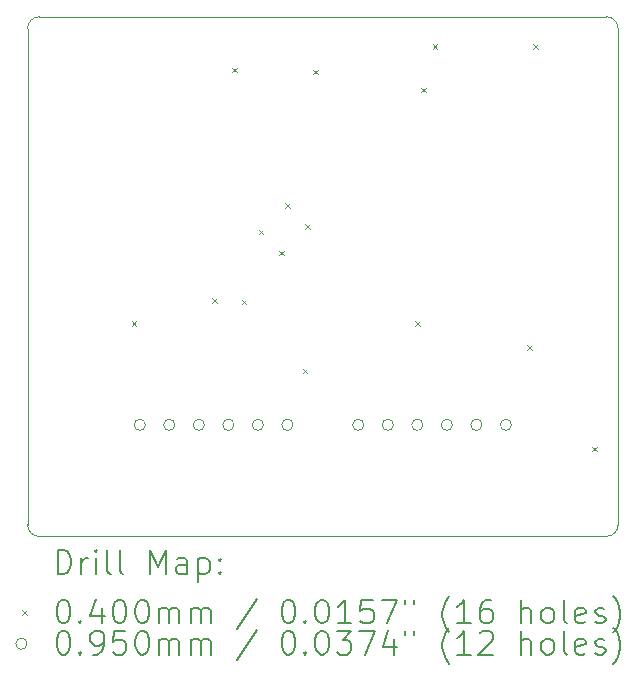
<source format=gbr>
%TF.GenerationSoftware,KiCad,Pcbnew,8.0.8*%
%TF.CreationDate,2025-04-18T09:22:20-04:00*%
%TF.ProjectId,RF4463F30-test-board,52463434-3633-4463-9330-2d746573742d,rev?*%
%TF.SameCoordinates,Original*%
%TF.FileFunction,Drillmap*%
%TF.FilePolarity,Positive*%
%FSLAX45Y45*%
G04 Gerber Fmt 4.5, Leading zero omitted, Abs format (unit mm)*
G04 Created by KiCad (PCBNEW 8.0.8) date 2025-04-18 09:22:20*
%MOMM*%
%LPD*%
G01*
G04 APERTURE LIST*
%ADD10C,0.100000*%
%ADD11C,0.200000*%
G04 APERTURE END LIST*
D10*
X13650000Y-7500000D02*
X13650000Y-11700000D01*
X18550000Y-11800000D02*
X13750000Y-11800000D01*
X18650000Y-11700000D02*
G75*
G02*
X18550000Y-11800000I-100000J0D01*
G01*
X13650000Y-7500000D02*
G75*
G02*
X13750000Y-7400000I100000J0D01*
G01*
X18550000Y-7400000D02*
X13750000Y-7400000D01*
X18650000Y-11700000D02*
X18650000Y-7500000D01*
X18550000Y-7400000D02*
G75*
G02*
X18650000Y-7500000I0J-100000D01*
G01*
X13750000Y-11800000D02*
G75*
G02*
X13650000Y-11700000I0J100000D01*
G01*
D11*
D10*
X14530000Y-9980000D02*
X14570000Y-10020000D01*
X14570000Y-9980000D02*
X14530000Y-10020000D01*
X15212380Y-9780000D02*
X15252380Y-9820000D01*
X15252380Y-9780000D02*
X15212380Y-9820000D01*
X15380000Y-7830000D02*
X15420000Y-7870000D01*
X15420000Y-7830000D02*
X15380000Y-7870000D01*
X15461625Y-9794005D02*
X15501625Y-9834005D01*
X15501625Y-9794005D02*
X15461625Y-9834005D01*
X15607185Y-9202815D02*
X15647185Y-9242815D01*
X15647185Y-9202815D02*
X15607185Y-9242815D01*
X15780000Y-9380000D02*
X15820000Y-9420000D01*
X15820000Y-9380000D02*
X15780000Y-9420000D01*
X15830000Y-8980000D02*
X15870000Y-9020000D01*
X15870000Y-8980000D02*
X15830000Y-9020000D01*
X15980000Y-10380000D02*
X16020000Y-10420000D01*
X16020000Y-10380000D02*
X15980000Y-10420000D01*
X16002815Y-9157185D02*
X16042815Y-9197185D01*
X16042815Y-9157185D02*
X16002815Y-9197185D01*
X16067952Y-7848458D02*
X16107952Y-7888458D01*
X16107952Y-7848458D02*
X16067952Y-7888458D01*
X16930000Y-9980000D02*
X16970000Y-10020000D01*
X16970000Y-9980000D02*
X16930000Y-10020000D01*
X16980000Y-8000000D02*
X17020000Y-8040000D01*
X17020000Y-8000000D02*
X16980000Y-8040000D01*
X17080000Y-7630000D02*
X17120000Y-7670000D01*
X17120000Y-7630000D02*
X17080000Y-7670000D01*
X17880000Y-10180000D02*
X17920000Y-10220000D01*
X17920000Y-10180000D02*
X17880000Y-10220000D01*
X17930000Y-7630000D02*
X17970000Y-7670000D01*
X17970000Y-7630000D02*
X17930000Y-7670000D01*
X18430000Y-11040000D02*
X18470000Y-11080000D01*
X18470000Y-11040000D02*
X18430000Y-11080000D01*
X14647500Y-10855000D02*
G75*
G02*
X14552500Y-10855000I-47500J0D01*
G01*
X14552500Y-10855000D02*
G75*
G02*
X14647500Y-10855000I47500J0D01*
G01*
X14897500Y-10855000D02*
G75*
G02*
X14802500Y-10855000I-47500J0D01*
G01*
X14802500Y-10855000D02*
G75*
G02*
X14897500Y-10855000I47500J0D01*
G01*
X15147500Y-10855000D02*
G75*
G02*
X15052500Y-10855000I-47500J0D01*
G01*
X15052500Y-10855000D02*
G75*
G02*
X15147500Y-10855000I47500J0D01*
G01*
X15397500Y-10855000D02*
G75*
G02*
X15302500Y-10855000I-47500J0D01*
G01*
X15302500Y-10855000D02*
G75*
G02*
X15397500Y-10855000I47500J0D01*
G01*
X15647500Y-10855000D02*
G75*
G02*
X15552500Y-10855000I-47500J0D01*
G01*
X15552500Y-10855000D02*
G75*
G02*
X15647500Y-10855000I47500J0D01*
G01*
X15897500Y-10855000D02*
G75*
G02*
X15802500Y-10855000I-47500J0D01*
G01*
X15802500Y-10855000D02*
G75*
G02*
X15897500Y-10855000I47500J0D01*
G01*
X16497500Y-10855000D02*
G75*
G02*
X16402500Y-10855000I-47500J0D01*
G01*
X16402500Y-10855000D02*
G75*
G02*
X16497500Y-10855000I47500J0D01*
G01*
X16747500Y-10855000D02*
G75*
G02*
X16652500Y-10855000I-47500J0D01*
G01*
X16652500Y-10855000D02*
G75*
G02*
X16747500Y-10855000I47500J0D01*
G01*
X16997500Y-10855000D02*
G75*
G02*
X16902500Y-10855000I-47500J0D01*
G01*
X16902500Y-10855000D02*
G75*
G02*
X16997500Y-10855000I47500J0D01*
G01*
X17247500Y-10855000D02*
G75*
G02*
X17152500Y-10855000I-47500J0D01*
G01*
X17152500Y-10855000D02*
G75*
G02*
X17247500Y-10855000I47500J0D01*
G01*
X17497500Y-10855000D02*
G75*
G02*
X17402500Y-10855000I-47500J0D01*
G01*
X17402500Y-10855000D02*
G75*
G02*
X17497500Y-10855000I47500J0D01*
G01*
X17747500Y-10855000D02*
G75*
G02*
X17652500Y-10855000I-47500J0D01*
G01*
X17652500Y-10855000D02*
G75*
G02*
X17747500Y-10855000I47500J0D01*
G01*
D11*
X13905777Y-12116484D02*
X13905777Y-11916484D01*
X13905777Y-11916484D02*
X13953396Y-11916484D01*
X13953396Y-11916484D02*
X13981967Y-11926008D01*
X13981967Y-11926008D02*
X14001015Y-11945055D01*
X14001015Y-11945055D02*
X14010539Y-11964103D01*
X14010539Y-11964103D02*
X14020062Y-12002198D01*
X14020062Y-12002198D02*
X14020062Y-12030769D01*
X14020062Y-12030769D02*
X14010539Y-12068865D01*
X14010539Y-12068865D02*
X14001015Y-12087912D01*
X14001015Y-12087912D02*
X13981967Y-12106960D01*
X13981967Y-12106960D02*
X13953396Y-12116484D01*
X13953396Y-12116484D02*
X13905777Y-12116484D01*
X14105777Y-12116484D02*
X14105777Y-11983150D01*
X14105777Y-12021246D02*
X14115301Y-12002198D01*
X14115301Y-12002198D02*
X14124824Y-11992674D01*
X14124824Y-11992674D02*
X14143872Y-11983150D01*
X14143872Y-11983150D02*
X14162920Y-11983150D01*
X14229586Y-12116484D02*
X14229586Y-11983150D01*
X14229586Y-11916484D02*
X14220062Y-11926008D01*
X14220062Y-11926008D02*
X14229586Y-11935531D01*
X14229586Y-11935531D02*
X14239110Y-11926008D01*
X14239110Y-11926008D02*
X14229586Y-11916484D01*
X14229586Y-11916484D02*
X14229586Y-11935531D01*
X14353396Y-12116484D02*
X14334348Y-12106960D01*
X14334348Y-12106960D02*
X14324824Y-12087912D01*
X14324824Y-12087912D02*
X14324824Y-11916484D01*
X14458158Y-12116484D02*
X14439110Y-12106960D01*
X14439110Y-12106960D02*
X14429586Y-12087912D01*
X14429586Y-12087912D02*
X14429586Y-11916484D01*
X14686729Y-12116484D02*
X14686729Y-11916484D01*
X14686729Y-11916484D02*
X14753396Y-12059341D01*
X14753396Y-12059341D02*
X14820062Y-11916484D01*
X14820062Y-11916484D02*
X14820062Y-12116484D01*
X15001015Y-12116484D02*
X15001015Y-12011722D01*
X15001015Y-12011722D02*
X14991491Y-11992674D01*
X14991491Y-11992674D02*
X14972443Y-11983150D01*
X14972443Y-11983150D02*
X14934348Y-11983150D01*
X14934348Y-11983150D02*
X14915301Y-11992674D01*
X15001015Y-12106960D02*
X14981967Y-12116484D01*
X14981967Y-12116484D02*
X14934348Y-12116484D01*
X14934348Y-12116484D02*
X14915301Y-12106960D01*
X14915301Y-12106960D02*
X14905777Y-12087912D01*
X14905777Y-12087912D02*
X14905777Y-12068865D01*
X14905777Y-12068865D02*
X14915301Y-12049817D01*
X14915301Y-12049817D02*
X14934348Y-12040293D01*
X14934348Y-12040293D02*
X14981967Y-12040293D01*
X14981967Y-12040293D02*
X15001015Y-12030769D01*
X15096253Y-11983150D02*
X15096253Y-12183150D01*
X15096253Y-11992674D02*
X15115301Y-11983150D01*
X15115301Y-11983150D02*
X15153396Y-11983150D01*
X15153396Y-11983150D02*
X15172443Y-11992674D01*
X15172443Y-11992674D02*
X15181967Y-12002198D01*
X15181967Y-12002198D02*
X15191491Y-12021246D01*
X15191491Y-12021246D02*
X15191491Y-12078388D01*
X15191491Y-12078388D02*
X15181967Y-12097436D01*
X15181967Y-12097436D02*
X15172443Y-12106960D01*
X15172443Y-12106960D02*
X15153396Y-12116484D01*
X15153396Y-12116484D02*
X15115301Y-12116484D01*
X15115301Y-12116484D02*
X15096253Y-12106960D01*
X15277205Y-12097436D02*
X15286729Y-12106960D01*
X15286729Y-12106960D02*
X15277205Y-12116484D01*
X15277205Y-12116484D02*
X15267682Y-12106960D01*
X15267682Y-12106960D02*
X15277205Y-12097436D01*
X15277205Y-12097436D02*
X15277205Y-12116484D01*
X15277205Y-11992674D02*
X15286729Y-12002198D01*
X15286729Y-12002198D02*
X15277205Y-12011722D01*
X15277205Y-12011722D02*
X15267682Y-12002198D01*
X15267682Y-12002198D02*
X15277205Y-11992674D01*
X15277205Y-11992674D02*
X15277205Y-12011722D01*
D10*
X13605000Y-12425000D02*
X13645000Y-12465000D01*
X13645000Y-12425000D02*
X13605000Y-12465000D01*
D11*
X13943872Y-12336484D02*
X13962920Y-12336484D01*
X13962920Y-12336484D02*
X13981967Y-12346008D01*
X13981967Y-12346008D02*
X13991491Y-12355531D01*
X13991491Y-12355531D02*
X14001015Y-12374579D01*
X14001015Y-12374579D02*
X14010539Y-12412674D01*
X14010539Y-12412674D02*
X14010539Y-12460293D01*
X14010539Y-12460293D02*
X14001015Y-12498388D01*
X14001015Y-12498388D02*
X13991491Y-12517436D01*
X13991491Y-12517436D02*
X13981967Y-12526960D01*
X13981967Y-12526960D02*
X13962920Y-12536484D01*
X13962920Y-12536484D02*
X13943872Y-12536484D01*
X13943872Y-12536484D02*
X13924824Y-12526960D01*
X13924824Y-12526960D02*
X13915301Y-12517436D01*
X13915301Y-12517436D02*
X13905777Y-12498388D01*
X13905777Y-12498388D02*
X13896253Y-12460293D01*
X13896253Y-12460293D02*
X13896253Y-12412674D01*
X13896253Y-12412674D02*
X13905777Y-12374579D01*
X13905777Y-12374579D02*
X13915301Y-12355531D01*
X13915301Y-12355531D02*
X13924824Y-12346008D01*
X13924824Y-12346008D02*
X13943872Y-12336484D01*
X14096253Y-12517436D02*
X14105777Y-12526960D01*
X14105777Y-12526960D02*
X14096253Y-12536484D01*
X14096253Y-12536484D02*
X14086729Y-12526960D01*
X14086729Y-12526960D02*
X14096253Y-12517436D01*
X14096253Y-12517436D02*
X14096253Y-12536484D01*
X14277205Y-12403150D02*
X14277205Y-12536484D01*
X14229586Y-12326960D02*
X14181967Y-12469817D01*
X14181967Y-12469817D02*
X14305777Y-12469817D01*
X14420062Y-12336484D02*
X14439110Y-12336484D01*
X14439110Y-12336484D02*
X14458158Y-12346008D01*
X14458158Y-12346008D02*
X14467682Y-12355531D01*
X14467682Y-12355531D02*
X14477205Y-12374579D01*
X14477205Y-12374579D02*
X14486729Y-12412674D01*
X14486729Y-12412674D02*
X14486729Y-12460293D01*
X14486729Y-12460293D02*
X14477205Y-12498388D01*
X14477205Y-12498388D02*
X14467682Y-12517436D01*
X14467682Y-12517436D02*
X14458158Y-12526960D01*
X14458158Y-12526960D02*
X14439110Y-12536484D01*
X14439110Y-12536484D02*
X14420062Y-12536484D01*
X14420062Y-12536484D02*
X14401015Y-12526960D01*
X14401015Y-12526960D02*
X14391491Y-12517436D01*
X14391491Y-12517436D02*
X14381967Y-12498388D01*
X14381967Y-12498388D02*
X14372443Y-12460293D01*
X14372443Y-12460293D02*
X14372443Y-12412674D01*
X14372443Y-12412674D02*
X14381967Y-12374579D01*
X14381967Y-12374579D02*
X14391491Y-12355531D01*
X14391491Y-12355531D02*
X14401015Y-12346008D01*
X14401015Y-12346008D02*
X14420062Y-12336484D01*
X14610539Y-12336484D02*
X14629586Y-12336484D01*
X14629586Y-12336484D02*
X14648634Y-12346008D01*
X14648634Y-12346008D02*
X14658158Y-12355531D01*
X14658158Y-12355531D02*
X14667682Y-12374579D01*
X14667682Y-12374579D02*
X14677205Y-12412674D01*
X14677205Y-12412674D02*
X14677205Y-12460293D01*
X14677205Y-12460293D02*
X14667682Y-12498388D01*
X14667682Y-12498388D02*
X14658158Y-12517436D01*
X14658158Y-12517436D02*
X14648634Y-12526960D01*
X14648634Y-12526960D02*
X14629586Y-12536484D01*
X14629586Y-12536484D02*
X14610539Y-12536484D01*
X14610539Y-12536484D02*
X14591491Y-12526960D01*
X14591491Y-12526960D02*
X14581967Y-12517436D01*
X14581967Y-12517436D02*
X14572443Y-12498388D01*
X14572443Y-12498388D02*
X14562920Y-12460293D01*
X14562920Y-12460293D02*
X14562920Y-12412674D01*
X14562920Y-12412674D02*
X14572443Y-12374579D01*
X14572443Y-12374579D02*
X14581967Y-12355531D01*
X14581967Y-12355531D02*
X14591491Y-12346008D01*
X14591491Y-12346008D02*
X14610539Y-12336484D01*
X14762920Y-12536484D02*
X14762920Y-12403150D01*
X14762920Y-12422198D02*
X14772443Y-12412674D01*
X14772443Y-12412674D02*
X14791491Y-12403150D01*
X14791491Y-12403150D02*
X14820063Y-12403150D01*
X14820063Y-12403150D02*
X14839110Y-12412674D01*
X14839110Y-12412674D02*
X14848634Y-12431722D01*
X14848634Y-12431722D02*
X14848634Y-12536484D01*
X14848634Y-12431722D02*
X14858158Y-12412674D01*
X14858158Y-12412674D02*
X14877205Y-12403150D01*
X14877205Y-12403150D02*
X14905777Y-12403150D01*
X14905777Y-12403150D02*
X14924824Y-12412674D01*
X14924824Y-12412674D02*
X14934348Y-12431722D01*
X14934348Y-12431722D02*
X14934348Y-12536484D01*
X15029586Y-12536484D02*
X15029586Y-12403150D01*
X15029586Y-12422198D02*
X15039110Y-12412674D01*
X15039110Y-12412674D02*
X15058158Y-12403150D01*
X15058158Y-12403150D02*
X15086729Y-12403150D01*
X15086729Y-12403150D02*
X15105777Y-12412674D01*
X15105777Y-12412674D02*
X15115301Y-12431722D01*
X15115301Y-12431722D02*
X15115301Y-12536484D01*
X15115301Y-12431722D02*
X15124824Y-12412674D01*
X15124824Y-12412674D02*
X15143872Y-12403150D01*
X15143872Y-12403150D02*
X15172443Y-12403150D01*
X15172443Y-12403150D02*
X15191491Y-12412674D01*
X15191491Y-12412674D02*
X15201015Y-12431722D01*
X15201015Y-12431722D02*
X15201015Y-12536484D01*
X15591491Y-12326960D02*
X15420063Y-12584103D01*
X15848634Y-12336484D02*
X15867682Y-12336484D01*
X15867682Y-12336484D02*
X15886729Y-12346008D01*
X15886729Y-12346008D02*
X15896253Y-12355531D01*
X15896253Y-12355531D02*
X15905777Y-12374579D01*
X15905777Y-12374579D02*
X15915301Y-12412674D01*
X15915301Y-12412674D02*
X15915301Y-12460293D01*
X15915301Y-12460293D02*
X15905777Y-12498388D01*
X15905777Y-12498388D02*
X15896253Y-12517436D01*
X15896253Y-12517436D02*
X15886729Y-12526960D01*
X15886729Y-12526960D02*
X15867682Y-12536484D01*
X15867682Y-12536484D02*
X15848634Y-12536484D01*
X15848634Y-12536484D02*
X15829586Y-12526960D01*
X15829586Y-12526960D02*
X15820063Y-12517436D01*
X15820063Y-12517436D02*
X15810539Y-12498388D01*
X15810539Y-12498388D02*
X15801015Y-12460293D01*
X15801015Y-12460293D02*
X15801015Y-12412674D01*
X15801015Y-12412674D02*
X15810539Y-12374579D01*
X15810539Y-12374579D02*
X15820063Y-12355531D01*
X15820063Y-12355531D02*
X15829586Y-12346008D01*
X15829586Y-12346008D02*
X15848634Y-12336484D01*
X16001015Y-12517436D02*
X16010539Y-12526960D01*
X16010539Y-12526960D02*
X16001015Y-12536484D01*
X16001015Y-12536484D02*
X15991491Y-12526960D01*
X15991491Y-12526960D02*
X16001015Y-12517436D01*
X16001015Y-12517436D02*
X16001015Y-12536484D01*
X16134348Y-12336484D02*
X16153396Y-12336484D01*
X16153396Y-12336484D02*
X16172444Y-12346008D01*
X16172444Y-12346008D02*
X16181967Y-12355531D01*
X16181967Y-12355531D02*
X16191491Y-12374579D01*
X16191491Y-12374579D02*
X16201015Y-12412674D01*
X16201015Y-12412674D02*
X16201015Y-12460293D01*
X16201015Y-12460293D02*
X16191491Y-12498388D01*
X16191491Y-12498388D02*
X16181967Y-12517436D01*
X16181967Y-12517436D02*
X16172444Y-12526960D01*
X16172444Y-12526960D02*
X16153396Y-12536484D01*
X16153396Y-12536484D02*
X16134348Y-12536484D01*
X16134348Y-12536484D02*
X16115301Y-12526960D01*
X16115301Y-12526960D02*
X16105777Y-12517436D01*
X16105777Y-12517436D02*
X16096253Y-12498388D01*
X16096253Y-12498388D02*
X16086729Y-12460293D01*
X16086729Y-12460293D02*
X16086729Y-12412674D01*
X16086729Y-12412674D02*
X16096253Y-12374579D01*
X16096253Y-12374579D02*
X16105777Y-12355531D01*
X16105777Y-12355531D02*
X16115301Y-12346008D01*
X16115301Y-12346008D02*
X16134348Y-12336484D01*
X16391491Y-12536484D02*
X16277206Y-12536484D01*
X16334348Y-12536484D02*
X16334348Y-12336484D01*
X16334348Y-12336484D02*
X16315301Y-12365055D01*
X16315301Y-12365055D02*
X16296253Y-12384103D01*
X16296253Y-12384103D02*
X16277206Y-12393627D01*
X16572444Y-12336484D02*
X16477206Y-12336484D01*
X16477206Y-12336484D02*
X16467682Y-12431722D01*
X16467682Y-12431722D02*
X16477206Y-12422198D01*
X16477206Y-12422198D02*
X16496253Y-12412674D01*
X16496253Y-12412674D02*
X16543872Y-12412674D01*
X16543872Y-12412674D02*
X16562920Y-12422198D01*
X16562920Y-12422198D02*
X16572444Y-12431722D01*
X16572444Y-12431722D02*
X16581967Y-12450769D01*
X16581967Y-12450769D02*
X16581967Y-12498388D01*
X16581967Y-12498388D02*
X16572444Y-12517436D01*
X16572444Y-12517436D02*
X16562920Y-12526960D01*
X16562920Y-12526960D02*
X16543872Y-12536484D01*
X16543872Y-12536484D02*
X16496253Y-12536484D01*
X16496253Y-12536484D02*
X16477206Y-12526960D01*
X16477206Y-12526960D02*
X16467682Y-12517436D01*
X16648634Y-12336484D02*
X16781968Y-12336484D01*
X16781968Y-12336484D02*
X16696253Y-12536484D01*
X16848634Y-12336484D02*
X16848634Y-12374579D01*
X16924825Y-12336484D02*
X16924825Y-12374579D01*
X17220063Y-12612674D02*
X17210539Y-12603150D01*
X17210539Y-12603150D02*
X17191491Y-12574579D01*
X17191491Y-12574579D02*
X17181968Y-12555531D01*
X17181968Y-12555531D02*
X17172444Y-12526960D01*
X17172444Y-12526960D02*
X17162920Y-12479341D01*
X17162920Y-12479341D02*
X17162920Y-12441246D01*
X17162920Y-12441246D02*
X17172444Y-12393627D01*
X17172444Y-12393627D02*
X17181968Y-12365055D01*
X17181968Y-12365055D02*
X17191491Y-12346008D01*
X17191491Y-12346008D02*
X17210539Y-12317436D01*
X17210539Y-12317436D02*
X17220063Y-12307912D01*
X17401015Y-12536484D02*
X17286730Y-12536484D01*
X17343872Y-12536484D02*
X17343872Y-12336484D01*
X17343872Y-12336484D02*
X17324825Y-12365055D01*
X17324825Y-12365055D02*
X17305777Y-12384103D01*
X17305777Y-12384103D02*
X17286730Y-12393627D01*
X17572444Y-12336484D02*
X17534349Y-12336484D01*
X17534349Y-12336484D02*
X17515301Y-12346008D01*
X17515301Y-12346008D02*
X17505777Y-12355531D01*
X17505777Y-12355531D02*
X17486730Y-12384103D01*
X17486730Y-12384103D02*
X17477206Y-12422198D01*
X17477206Y-12422198D02*
X17477206Y-12498388D01*
X17477206Y-12498388D02*
X17486730Y-12517436D01*
X17486730Y-12517436D02*
X17496253Y-12526960D01*
X17496253Y-12526960D02*
X17515301Y-12536484D01*
X17515301Y-12536484D02*
X17553396Y-12536484D01*
X17553396Y-12536484D02*
X17572444Y-12526960D01*
X17572444Y-12526960D02*
X17581968Y-12517436D01*
X17581968Y-12517436D02*
X17591491Y-12498388D01*
X17591491Y-12498388D02*
X17591491Y-12450769D01*
X17591491Y-12450769D02*
X17581968Y-12431722D01*
X17581968Y-12431722D02*
X17572444Y-12422198D01*
X17572444Y-12422198D02*
X17553396Y-12412674D01*
X17553396Y-12412674D02*
X17515301Y-12412674D01*
X17515301Y-12412674D02*
X17496253Y-12422198D01*
X17496253Y-12422198D02*
X17486730Y-12431722D01*
X17486730Y-12431722D02*
X17477206Y-12450769D01*
X17829587Y-12536484D02*
X17829587Y-12336484D01*
X17915301Y-12536484D02*
X17915301Y-12431722D01*
X17915301Y-12431722D02*
X17905777Y-12412674D01*
X17905777Y-12412674D02*
X17886730Y-12403150D01*
X17886730Y-12403150D02*
X17858158Y-12403150D01*
X17858158Y-12403150D02*
X17839111Y-12412674D01*
X17839111Y-12412674D02*
X17829587Y-12422198D01*
X18039111Y-12536484D02*
X18020063Y-12526960D01*
X18020063Y-12526960D02*
X18010539Y-12517436D01*
X18010539Y-12517436D02*
X18001015Y-12498388D01*
X18001015Y-12498388D02*
X18001015Y-12441246D01*
X18001015Y-12441246D02*
X18010539Y-12422198D01*
X18010539Y-12422198D02*
X18020063Y-12412674D01*
X18020063Y-12412674D02*
X18039111Y-12403150D01*
X18039111Y-12403150D02*
X18067682Y-12403150D01*
X18067682Y-12403150D02*
X18086730Y-12412674D01*
X18086730Y-12412674D02*
X18096253Y-12422198D01*
X18096253Y-12422198D02*
X18105777Y-12441246D01*
X18105777Y-12441246D02*
X18105777Y-12498388D01*
X18105777Y-12498388D02*
X18096253Y-12517436D01*
X18096253Y-12517436D02*
X18086730Y-12526960D01*
X18086730Y-12526960D02*
X18067682Y-12536484D01*
X18067682Y-12536484D02*
X18039111Y-12536484D01*
X18220063Y-12536484D02*
X18201015Y-12526960D01*
X18201015Y-12526960D02*
X18191492Y-12507912D01*
X18191492Y-12507912D02*
X18191492Y-12336484D01*
X18372444Y-12526960D02*
X18353396Y-12536484D01*
X18353396Y-12536484D02*
X18315301Y-12536484D01*
X18315301Y-12536484D02*
X18296253Y-12526960D01*
X18296253Y-12526960D02*
X18286730Y-12507912D01*
X18286730Y-12507912D02*
X18286730Y-12431722D01*
X18286730Y-12431722D02*
X18296253Y-12412674D01*
X18296253Y-12412674D02*
X18315301Y-12403150D01*
X18315301Y-12403150D02*
X18353396Y-12403150D01*
X18353396Y-12403150D02*
X18372444Y-12412674D01*
X18372444Y-12412674D02*
X18381968Y-12431722D01*
X18381968Y-12431722D02*
X18381968Y-12450769D01*
X18381968Y-12450769D02*
X18286730Y-12469817D01*
X18458158Y-12526960D02*
X18477206Y-12536484D01*
X18477206Y-12536484D02*
X18515301Y-12536484D01*
X18515301Y-12536484D02*
X18534349Y-12526960D01*
X18534349Y-12526960D02*
X18543873Y-12507912D01*
X18543873Y-12507912D02*
X18543873Y-12498388D01*
X18543873Y-12498388D02*
X18534349Y-12479341D01*
X18534349Y-12479341D02*
X18515301Y-12469817D01*
X18515301Y-12469817D02*
X18486730Y-12469817D01*
X18486730Y-12469817D02*
X18467682Y-12460293D01*
X18467682Y-12460293D02*
X18458158Y-12441246D01*
X18458158Y-12441246D02*
X18458158Y-12431722D01*
X18458158Y-12431722D02*
X18467682Y-12412674D01*
X18467682Y-12412674D02*
X18486730Y-12403150D01*
X18486730Y-12403150D02*
X18515301Y-12403150D01*
X18515301Y-12403150D02*
X18534349Y-12412674D01*
X18610539Y-12612674D02*
X18620063Y-12603150D01*
X18620063Y-12603150D02*
X18639111Y-12574579D01*
X18639111Y-12574579D02*
X18648634Y-12555531D01*
X18648634Y-12555531D02*
X18658158Y-12526960D01*
X18658158Y-12526960D02*
X18667682Y-12479341D01*
X18667682Y-12479341D02*
X18667682Y-12441246D01*
X18667682Y-12441246D02*
X18658158Y-12393627D01*
X18658158Y-12393627D02*
X18648634Y-12365055D01*
X18648634Y-12365055D02*
X18639111Y-12346008D01*
X18639111Y-12346008D02*
X18620063Y-12317436D01*
X18620063Y-12317436D02*
X18610539Y-12307912D01*
D10*
X13645000Y-12709000D02*
G75*
G02*
X13550000Y-12709000I-47500J0D01*
G01*
X13550000Y-12709000D02*
G75*
G02*
X13645000Y-12709000I47500J0D01*
G01*
D11*
X13943872Y-12600484D02*
X13962920Y-12600484D01*
X13962920Y-12600484D02*
X13981967Y-12610008D01*
X13981967Y-12610008D02*
X13991491Y-12619531D01*
X13991491Y-12619531D02*
X14001015Y-12638579D01*
X14001015Y-12638579D02*
X14010539Y-12676674D01*
X14010539Y-12676674D02*
X14010539Y-12724293D01*
X14010539Y-12724293D02*
X14001015Y-12762388D01*
X14001015Y-12762388D02*
X13991491Y-12781436D01*
X13991491Y-12781436D02*
X13981967Y-12790960D01*
X13981967Y-12790960D02*
X13962920Y-12800484D01*
X13962920Y-12800484D02*
X13943872Y-12800484D01*
X13943872Y-12800484D02*
X13924824Y-12790960D01*
X13924824Y-12790960D02*
X13915301Y-12781436D01*
X13915301Y-12781436D02*
X13905777Y-12762388D01*
X13905777Y-12762388D02*
X13896253Y-12724293D01*
X13896253Y-12724293D02*
X13896253Y-12676674D01*
X13896253Y-12676674D02*
X13905777Y-12638579D01*
X13905777Y-12638579D02*
X13915301Y-12619531D01*
X13915301Y-12619531D02*
X13924824Y-12610008D01*
X13924824Y-12610008D02*
X13943872Y-12600484D01*
X14096253Y-12781436D02*
X14105777Y-12790960D01*
X14105777Y-12790960D02*
X14096253Y-12800484D01*
X14096253Y-12800484D02*
X14086729Y-12790960D01*
X14086729Y-12790960D02*
X14096253Y-12781436D01*
X14096253Y-12781436D02*
X14096253Y-12800484D01*
X14201015Y-12800484D02*
X14239110Y-12800484D01*
X14239110Y-12800484D02*
X14258158Y-12790960D01*
X14258158Y-12790960D02*
X14267682Y-12781436D01*
X14267682Y-12781436D02*
X14286729Y-12752865D01*
X14286729Y-12752865D02*
X14296253Y-12714769D01*
X14296253Y-12714769D02*
X14296253Y-12638579D01*
X14296253Y-12638579D02*
X14286729Y-12619531D01*
X14286729Y-12619531D02*
X14277205Y-12610008D01*
X14277205Y-12610008D02*
X14258158Y-12600484D01*
X14258158Y-12600484D02*
X14220062Y-12600484D01*
X14220062Y-12600484D02*
X14201015Y-12610008D01*
X14201015Y-12610008D02*
X14191491Y-12619531D01*
X14191491Y-12619531D02*
X14181967Y-12638579D01*
X14181967Y-12638579D02*
X14181967Y-12686198D01*
X14181967Y-12686198D02*
X14191491Y-12705246D01*
X14191491Y-12705246D02*
X14201015Y-12714769D01*
X14201015Y-12714769D02*
X14220062Y-12724293D01*
X14220062Y-12724293D02*
X14258158Y-12724293D01*
X14258158Y-12724293D02*
X14277205Y-12714769D01*
X14277205Y-12714769D02*
X14286729Y-12705246D01*
X14286729Y-12705246D02*
X14296253Y-12686198D01*
X14477205Y-12600484D02*
X14381967Y-12600484D01*
X14381967Y-12600484D02*
X14372443Y-12695722D01*
X14372443Y-12695722D02*
X14381967Y-12686198D01*
X14381967Y-12686198D02*
X14401015Y-12676674D01*
X14401015Y-12676674D02*
X14448634Y-12676674D01*
X14448634Y-12676674D02*
X14467682Y-12686198D01*
X14467682Y-12686198D02*
X14477205Y-12695722D01*
X14477205Y-12695722D02*
X14486729Y-12714769D01*
X14486729Y-12714769D02*
X14486729Y-12762388D01*
X14486729Y-12762388D02*
X14477205Y-12781436D01*
X14477205Y-12781436D02*
X14467682Y-12790960D01*
X14467682Y-12790960D02*
X14448634Y-12800484D01*
X14448634Y-12800484D02*
X14401015Y-12800484D01*
X14401015Y-12800484D02*
X14381967Y-12790960D01*
X14381967Y-12790960D02*
X14372443Y-12781436D01*
X14610539Y-12600484D02*
X14629586Y-12600484D01*
X14629586Y-12600484D02*
X14648634Y-12610008D01*
X14648634Y-12610008D02*
X14658158Y-12619531D01*
X14658158Y-12619531D02*
X14667682Y-12638579D01*
X14667682Y-12638579D02*
X14677205Y-12676674D01*
X14677205Y-12676674D02*
X14677205Y-12724293D01*
X14677205Y-12724293D02*
X14667682Y-12762388D01*
X14667682Y-12762388D02*
X14658158Y-12781436D01*
X14658158Y-12781436D02*
X14648634Y-12790960D01*
X14648634Y-12790960D02*
X14629586Y-12800484D01*
X14629586Y-12800484D02*
X14610539Y-12800484D01*
X14610539Y-12800484D02*
X14591491Y-12790960D01*
X14591491Y-12790960D02*
X14581967Y-12781436D01*
X14581967Y-12781436D02*
X14572443Y-12762388D01*
X14572443Y-12762388D02*
X14562920Y-12724293D01*
X14562920Y-12724293D02*
X14562920Y-12676674D01*
X14562920Y-12676674D02*
X14572443Y-12638579D01*
X14572443Y-12638579D02*
X14581967Y-12619531D01*
X14581967Y-12619531D02*
X14591491Y-12610008D01*
X14591491Y-12610008D02*
X14610539Y-12600484D01*
X14762920Y-12800484D02*
X14762920Y-12667150D01*
X14762920Y-12686198D02*
X14772443Y-12676674D01*
X14772443Y-12676674D02*
X14791491Y-12667150D01*
X14791491Y-12667150D02*
X14820063Y-12667150D01*
X14820063Y-12667150D02*
X14839110Y-12676674D01*
X14839110Y-12676674D02*
X14848634Y-12695722D01*
X14848634Y-12695722D02*
X14848634Y-12800484D01*
X14848634Y-12695722D02*
X14858158Y-12676674D01*
X14858158Y-12676674D02*
X14877205Y-12667150D01*
X14877205Y-12667150D02*
X14905777Y-12667150D01*
X14905777Y-12667150D02*
X14924824Y-12676674D01*
X14924824Y-12676674D02*
X14934348Y-12695722D01*
X14934348Y-12695722D02*
X14934348Y-12800484D01*
X15029586Y-12800484D02*
X15029586Y-12667150D01*
X15029586Y-12686198D02*
X15039110Y-12676674D01*
X15039110Y-12676674D02*
X15058158Y-12667150D01*
X15058158Y-12667150D02*
X15086729Y-12667150D01*
X15086729Y-12667150D02*
X15105777Y-12676674D01*
X15105777Y-12676674D02*
X15115301Y-12695722D01*
X15115301Y-12695722D02*
X15115301Y-12800484D01*
X15115301Y-12695722D02*
X15124824Y-12676674D01*
X15124824Y-12676674D02*
X15143872Y-12667150D01*
X15143872Y-12667150D02*
X15172443Y-12667150D01*
X15172443Y-12667150D02*
X15191491Y-12676674D01*
X15191491Y-12676674D02*
X15201015Y-12695722D01*
X15201015Y-12695722D02*
X15201015Y-12800484D01*
X15591491Y-12590960D02*
X15420063Y-12848103D01*
X15848634Y-12600484D02*
X15867682Y-12600484D01*
X15867682Y-12600484D02*
X15886729Y-12610008D01*
X15886729Y-12610008D02*
X15896253Y-12619531D01*
X15896253Y-12619531D02*
X15905777Y-12638579D01*
X15905777Y-12638579D02*
X15915301Y-12676674D01*
X15915301Y-12676674D02*
X15915301Y-12724293D01*
X15915301Y-12724293D02*
X15905777Y-12762388D01*
X15905777Y-12762388D02*
X15896253Y-12781436D01*
X15896253Y-12781436D02*
X15886729Y-12790960D01*
X15886729Y-12790960D02*
X15867682Y-12800484D01*
X15867682Y-12800484D02*
X15848634Y-12800484D01*
X15848634Y-12800484D02*
X15829586Y-12790960D01*
X15829586Y-12790960D02*
X15820063Y-12781436D01*
X15820063Y-12781436D02*
X15810539Y-12762388D01*
X15810539Y-12762388D02*
X15801015Y-12724293D01*
X15801015Y-12724293D02*
X15801015Y-12676674D01*
X15801015Y-12676674D02*
X15810539Y-12638579D01*
X15810539Y-12638579D02*
X15820063Y-12619531D01*
X15820063Y-12619531D02*
X15829586Y-12610008D01*
X15829586Y-12610008D02*
X15848634Y-12600484D01*
X16001015Y-12781436D02*
X16010539Y-12790960D01*
X16010539Y-12790960D02*
X16001015Y-12800484D01*
X16001015Y-12800484D02*
X15991491Y-12790960D01*
X15991491Y-12790960D02*
X16001015Y-12781436D01*
X16001015Y-12781436D02*
X16001015Y-12800484D01*
X16134348Y-12600484D02*
X16153396Y-12600484D01*
X16153396Y-12600484D02*
X16172444Y-12610008D01*
X16172444Y-12610008D02*
X16181967Y-12619531D01*
X16181967Y-12619531D02*
X16191491Y-12638579D01*
X16191491Y-12638579D02*
X16201015Y-12676674D01*
X16201015Y-12676674D02*
X16201015Y-12724293D01*
X16201015Y-12724293D02*
X16191491Y-12762388D01*
X16191491Y-12762388D02*
X16181967Y-12781436D01*
X16181967Y-12781436D02*
X16172444Y-12790960D01*
X16172444Y-12790960D02*
X16153396Y-12800484D01*
X16153396Y-12800484D02*
X16134348Y-12800484D01*
X16134348Y-12800484D02*
X16115301Y-12790960D01*
X16115301Y-12790960D02*
X16105777Y-12781436D01*
X16105777Y-12781436D02*
X16096253Y-12762388D01*
X16096253Y-12762388D02*
X16086729Y-12724293D01*
X16086729Y-12724293D02*
X16086729Y-12676674D01*
X16086729Y-12676674D02*
X16096253Y-12638579D01*
X16096253Y-12638579D02*
X16105777Y-12619531D01*
X16105777Y-12619531D02*
X16115301Y-12610008D01*
X16115301Y-12610008D02*
X16134348Y-12600484D01*
X16267682Y-12600484D02*
X16391491Y-12600484D01*
X16391491Y-12600484D02*
X16324825Y-12676674D01*
X16324825Y-12676674D02*
X16353396Y-12676674D01*
X16353396Y-12676674D02*
X16372444Y-12686198D01*
X16372444Y-12686198D02*
X16381967Y-12695722D01*
X16381967Y-12695722D02*
X16391491Y-12714769D01*
X16391491Y-12714769D02*
X16391491Y-12762388D01*
X16391491Y-12762388D02*
X16381967Y-12781436D01*
X16381967Y-12781436D02*
X16372444Y-12790960D01*
X16372444Y-12790960D02*
X16353396Y-12800484D01*
X16353396Y-12800484D02*
X16296253Y-12800484D01*
X16296253Y-12800484D02*
X16277206Y-12790960D01*
X16277206Y-12790960D02*
X16267682Y-12781436D01*
X16458158Y-12600484D02*
X16591491Y-12600484D01*
X16591491Y-12600484D02*
X16505777Y-12800484D01*
X16753396Y-12667150D02*
X16753396Y-12800484D01*
X16705777Y-12590960D02*
X16658158Y-12733817D01*
X16658158Y-12733817D02*
X16781968Y-12733817D01*
X16848634Y-12600484D02*
X16848634Y-12638579D01*
X16924825Y-12600484D02*
X16924825Y-12638579D01*
X17220063Y-12876674D02*
X17210539Y-12867150D01*
X17210539Y-12867150D02*
X17191491Y-12838579D01*
X17191491Y-12838579D02*
X17181968Y-12819531D01*
X17181968Y-12819531D02*
X17172444Y-12790960D01*
X17172444Y-12790960D02*
X17162920Y-12743341D01*
X17162920Y-12743341D02*
X17162920Y-12705246D01*
X17162920Y-12705246D02*
X17172444Y-12657627D01*
X17172444Y-12657627D02*
X17181968Y-12629055D01*
X17181968Y-12629055D02*
X17191491Y-12610008D01*
X17191491Y-12610008D02*
X17210539Y-12581436D01*
X17210539Y-12581436D02*
X17220063Y-12571912D01*
X17401015Y-12800484D02*
X17286730Y-12800484D01*
X17343872Y-12800484D02*
X17343872Y-12600484D01*
X17343872Y-12600484D02*
X17324825Y-12629055D01*
X17324825Y-12629055D02*
X17305777Y-12648103D01*
X17305777Y-12648103D02*
X17286730Y-12657627D01*
X17477206Y-12619531D02*
X17486730Y-12610008D01*
X17486730Y-12610008D02*
X17505777Y-12600484D01*
X17505777Y-12600484D02*
X17553396Y-12600484D01*
X17553396Y-12600484D02*
X17572444Y-12610008D01*
X17572444Y-12610008D02*
X17581968Y-12619531D01*
X17581968Y-12619531D02*
X17591491Y-12638579D01*
X17591491Y-12638579D02*
X17591491Y-12657627D01*
X17591491Y-12657627D02*
X17581968Y-12686198D01*
X17581968Y-12686198D02*
X17467682Y-12800484D01*
X17467682Y-12800484D02*
X17591491Y-12800484D01*
X17829587Y-12800484D02*
X17829587Y-12600484D01*
X17915301Y-12800484D02*
X17915301Y-12695722D01*
X17915301Y-12695722D02*
X17905777Y-12676674D01*
X17905777Y-12676674D02*
X17886730Y-12667150D01*
X17886730Y-12667150D02*
X17858158Y-12667150D01*
X17858158Y-12667150D02*
X17839111Y-12676674D01*
X17839111Y-12676674D02*
X17829587Y-12686198D01*
X18039111Y-12800484D02*
X18020063Y-12790960D01*
X18020063Y-12790960D02*
X18010539Y-12781436D01*
X18010539Y-12781436D02*
X18001015Y-12762388D01*
X18001015Y-12762388D02*
X18001015Y-12705246D01*
X18001015Y-12705246D02*
X18010539Y-12686198D01*
X18010539Y-12686198D02*
X18020063Y-12676674D01*
X18020063Y-12676674D02*
X18039111Y-12667150D01*
X18039111Y-12667150D02*
X18067682Y-12667150D01*
X18067682Y-12667150D02*
X18086730Y-12676674D01*
X18086730Y-12676674D02*
X18096253Y-12686198D01*
X18096253Y-12686198D02*
X18105777Y-12705246D01*
X18105777Y-12705246D02*
X18105777Y-12762388D01*
X18105777Y-12762388D02*
X18096253Y-12781436D01*
X18096253Y-12781436D02*
X18086730Y-12790960D01*
X18086730Y-12790960D02*
X18067682Y-12800484D01*
X18067682Y-12800484D02*
X18039111Y-12800484D01*
X18220063Y-12800484D02*
X18201015Y-12790960D01*
X18201015Y-12790960D02*
X18191492Y-12771912D01*
X18191492Y-12771912D02*
X18191492Y-12600484D01*
X18372444Y-12790960D02*
X18353396Y-12800484D01*
X18353396Y-12800484D02*
X18315301Y-12800484D01*
X18315301Y-12800484D02*
X18296253Y-12790960D01*
X18296253Y-12790960D02*
X18286730Y-12771912D01*
X18286730Y-12771912D02*
X18286730Y-12695722D01*
X18286730Y-12695722D02*
X18296253Y-12676674D01*
X18296253Y-12676674D02*
X18315301Y-12667150D01*
X18315301Y-12667150D02*
X18353396Y-12667150D01*
X18353396Y-12667150D02*
X18372444Y-12676674D01*
X18372444Y-12676674D02*
X18381968Y-12695722D01*
X18381968Y-12695722D02*
X18381968Y-12714769D01*
X18381968Y-12714769D02*
X18286730Y-12733817D01*
X18458158Y-12790960D02*
X18477206Y-12800484D01*
X18477206Y-12800484D02*
X18515301Y-12800484D01*
X18515301Y-12800484D02*
X18534349Y-12790960D01*
X18534349Y-12790960D02*
X18543873Y-12771912D01*
X18543873Y-12771912D02*
X18543873Y-12762388D01*
X18543873Y-12762388D02*
X18534349Y-12743341D01*
X18534349Y-12743341D02*
X18515301Y-12733817D01*
X18515301Y-12733817D02*
X18486730Y-12733817D01*
X18486730Y-12733817D02*
X18467682Y-12724293D01*
X18467682Y-12724293D02*
X18458158Y-12705246D01*
X18458158Y-12705246D02*
X18458158Y-12695722D01*
X18458158Y-12695722D02*
X18467682Y-12676674D01*
X18467682Y-12676674D02*
X18486730Y-12667150D01*
X18486730Y-12667150D02*
X18515301Y-12667150D01*
X18515301Y-12667150D02*
X18534349Y-12676674D01*
X18610539Y-12876674D02*
X18620063Y-12867150D01*
X18620063Y-12867150D02*
X18639111Y-12838579D01*
X18639111Y-12838579D02*
X18648634Y-12819531D01*
X18648634Y-12819531D02*
X18658158Y-12790960D01*
X18658158Y-12790960D02*
X18667682Y-12743341D01*
X18667682Y-12743341D02*
X18667682Y-12705246D01*
X18667682Y-12705246D02*
X18658158Y-12657627D01*
X18658158Y-12657627D02*
X18648634Y-12629055D01*
X18648634Y-12629055D02*
X18639111Y-12610008D01*
X18639111Y-12610008D02*
X18620063Y-12581436D01*
X18620063Y-12581436D02*
X18610539Y-12571912D01*
M02*

</source>
